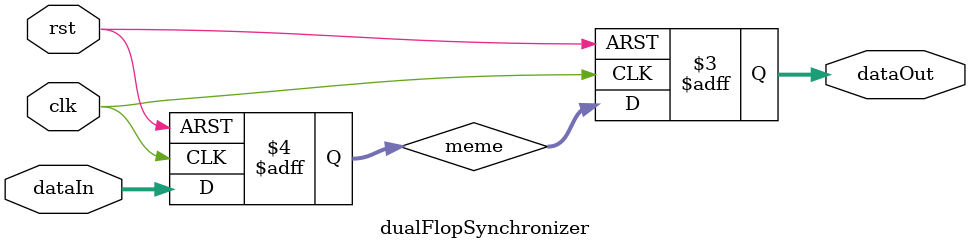
<source format=v>
module dualFlopSynchronizer#(parameter S = 8)(
  input [S-1:0] dataIn,
  output reg [S-1:0] dataOut,
    input clk,
    input rst
    );
    
  reg [S-1:0] meme;
    
    always @ (posedge clk or posedge rst)
    begin
        if (rst == 1'b1)
        begin
            meme <= 0;
            dataOut <= 0;
        end
        else
        begin
            meme <= dataIn;
            dataOut <= meme;
        end 
    end
endmodule
</source>
